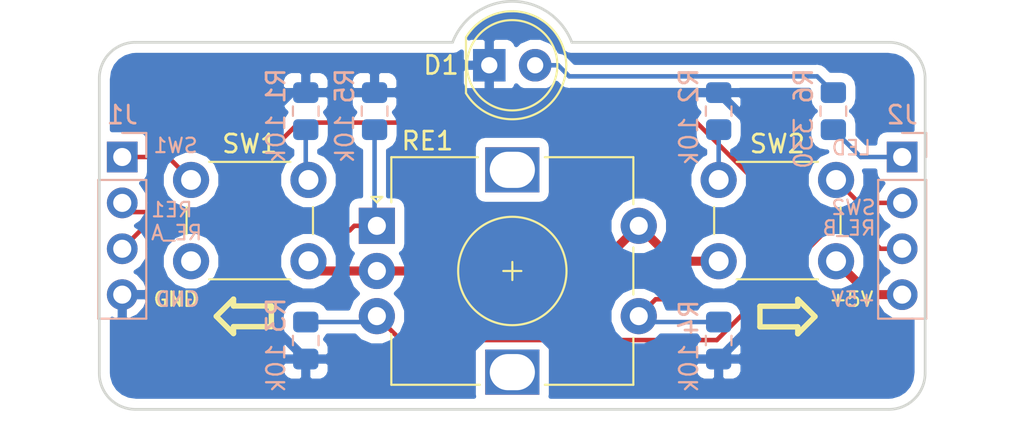
<source format=kicad_pcb>
(kicad_pcb (version 20171130) (host pcbnew "(5.0.2-5)-5")

  (general
    (thickness 1.6)
    (drawings 22)
    (tracks 70)
    (zones 0)
    (modules 12)
    (nets 10)
  )

  (page A4)
  (layers
    (0 F.Cu signal)
    (31 B.Cu signal)
    (32 B.Adhes user)
    (33 F.Adhes user)
    (34 B.Paste user)
    (35 F.Paste user)
    (36 B.SilkS user)
    (37 F.SilkS user)
    (38 B.Mask user)
    (39 F.Mask user)
    (40 Dwgs.User user)
    (41 Cmts.User user)
    (42 Eco1.User user)
    (43 Eco2.User user)
    (44 Edge.Cuts user)
    (45 Margin user)
    (46 B.CrtYd user)
    (47 F.CrtYd user)
    (48 B.Fab user)
    (49 F.Fab user)
  )

  (setup
    (last_trace_width 0.25)
    (trace_clearance 0.2)
    (zone_clearance 0.508)
    (zone_45_only no)
    (trace_min 0.2)
    (segment_width 0.2)
    (edge_width 0.15)
    (via_size 0.8)
    (via_drill 0.4)
    (via_min_size 0.4)
    (via_min_drill 0.3)
    (uvia_size 0.3)
    (uvia_drill 0.1)
    (uvias_allowed no)
    (uvia_min_size 0.2)
    (uvia_min_drill 0.1)
    (pcb_text_width 0.3)
    (pcb_text_size 1.5 1.5)
    (mod_edge_width 0.15)
    (mod_text_size 1 1)
    (mod_text_width 0.15)
    (pad_size 1.524 1.524)
    (pad_drill 0.762)
    (pad_to_mask_clearance 0.051)
    (solder_mask_min_width 0.25)
    (aux_axis_origin 0 0)
    (visible_elements FFFFFF7F)
    (pcbplotparams
      (layerselection 0x010fc_ffffffff)
      (usegerberextensions false)
      (usegerberattributes false)
      (usegerberadvancedattributes false)
      (creategerberjobfile false)
      (excludeedgelayer true)
      (linewidth 0.100000)
      (plotframeref false)
      (viasonmask false)
      (mode 1)
      (useauxorigin false)
      (hpglpennumber 1)
      (hpglpenspeed 20)
      (hpglpendiameter 15.000000)
      (psnegative false)
      (psa4output false)
      (plotreference true)
      (plotvalue true)
      (plotinvisibletext false)
      (padsonsilk false)
      (subtractmaskfromsilk false)
      (outputformat 1)
      (mirror false)
      (drillshape 0)
      (scaleselection 1)
      (outputdirectory "gerber"))
  )

  (net 0 "")
  (net 1 GND)
  (net 2 "Net-(D1-Pad2)")
  (net 3 SW1)
  (net 4 SW2)
  (net 5 RE_B)
  (net 6 RE1)
  (net 7 RE_A)
  (net 8 LED)
  (net 9 +5V)

  (net_class Default "This is the default net class."
    (clearance 0.2)
    (trace_width 0.25)
    (via_dia 0.8)
    (via_drill 0.4)
    (uvia_dia 0.3)
    (uvia_drill 0.1)
    (add_net LED)
    (add_net "Net-(D1-Pad2)")
    (add_net RE1)
    (add_net RE_A)
    (add_net RE_B)
    (add_net SW1)
    (add_net SW2)
  )

  (net_class Thick ""
    (clearance 0.2)
    (trace_width 0.5)
    (via_dia 0.8)
    (via_drill 0.4)
    (uvia_dia 0.3)
    (uvia_drill 0.1)
    (add_net +5V)
    (add_net GND)
  )

  (module LED_THT:LED_D5.0mm (layer F.Cu) (tedit 5995936A) (tstamp 5D943AB5)
    (at 147.32 81.28)
    (descr "LED, diameter 5.0mm, 2 pins, http://cdn-reichelt.de/documents/datenblatt/A500/LL-504BC2E-009.pdf")
    (tags "LED diameter 5.0mm 2 pins")
    (path /5DA0654F)
    (fp_text reference D1 (at -2.667 0) (layer F.SilkS)
      (effects (font (size 1 1) (thickness 0.15)))
    )
    (fp_text value LED (at 1.27 3.96) (layer F.Fab)
      (effects (font (size 1 1) (thickness 0.15)))
    )
    (fp_arc (start 1.27 0) (end -1.23 -1.469694) (angle 299.1) (layer F.Fab) (width 0.1))
    (fp_arc (start 1.27 0) (end -1.29 -1.54483) (angle 148.9) (layer F.SilkS) (width 0.12))
    (fp_arc (start 1.27 0) (end -1.29 1.54483) (angle -148.9) (layer F.SilkS) (width 0.12))
    (fp_circle (center 1.27 0) (end 3.77 0) (layer F.Fab) (width 0.1))
    (fp_circle (center 1.27 0) (end 3.77 0) (layer F.SilkS) (width 0.12))
    (fp_line (start -1.23 -1.469694) (end -1.23 1.469694) (layer F.Fab) (width 0.1))
    (fp_line (start -1.29 -1.545) (end -1.29 1.545) (layer F.SilkS) (width 0.12))
    (fp_line (start -1.95 -3.25) (end -1.95 3.25) (layer F.CrtYd) (width 0.05))
    (fp_line (start -1.95 3.25) (end 4.5 3.25) (layer F.CrtYd) (width 0.05))
    (fp_line (start 4.5 3.25) (end 4.5 -3.25) (layer F.CrtYd) (width 0.05))
    (fp_line (start 4.5 -3.25) (end -1.95 -3.25) (layer F.CrtYd) (width 0.05))
    (fp_text user %R (at 1.25 0) (layer F.Fab)
      (effects (font (size 0.8 0.8) (thickness 0.2)))
    )
    (pad 1 thru_hole rect (at 0 0) (size 1.8 1.8) (drill 0.9) (layers *.Cu *.Mask)
      (net 1 GND))
    (pad 2 thru_hole circle (at 2.54 0) (size 1.8 1.8) (drill 0.9) (layers *.Cu *.Mask)
      (net 2 "Net-(D1-Pad2)"))
    (model ${KISYS3DMOD}/LED_THT.3dshapes/LED_D5.0mm.wrl
      (at (xyz 0 0 0))
      (scale (xyz 1 1 1))
      (rotate (xyz 0 0 0))
    )
  )

  (module Resistor_SMD:R_0805_2012Metric_Pad1.15x1.40mm_HandSolder (layer B.Cu) (tedit 5D938D59) (tstamp 5D951044)
    (at 137.16 83.82 90)
    (descr "Resistor SMD 0805 (2012 Metric), square (rectangular) end terminal, IPC_7351 nominal with elongated pad for handsoldering. (Body size source: https://docs.google.com/spreadsheets/d/1BsfQQcO9C6DZCsRaXUlFlo91Tg2WpOkGARC1WS5S8t0/edit?usp=sharing), generated with kicad-footprint-generator")
    (tags "resistor handsolder")
    (path /5D8C5C9A)
    (attr smd)
    (fp_text reference R1 (at 1.397 -1.651 90) (layer B.SilkS)
      (effects (font (size 1 1) (thickness 0.15)) (justify mirror))
    )
    (fp_text value 10k (at -1.524 -1.651 90) (layer B.SilkS)
      (effects (font (size 1 1) (thickness 0.13)) (justify mirror))
    )
    (fp_line (start -1 -0.6) (end -1 0.6) (layer B.Fab) (width 0.1))
    (fp_line (start -1 0.6) (end 1 0.6) (layer B.Fab) (width 0.1))
    (fp_line (start 1 0.6) (end 1 -0.6) (layer B.Fab) (width 0.1))
    (fp_line (start 1 -0.6) (end -1 -0.6) (layer B.Fab) (width 0.1))
    (fp_line (start -0.261252 0.71) (end 0.261252 0.71) (layer B.SilkS) (width 0.12))
    (fp_line (start -0.261252 -0.71) (end 0.261252 -0.71) (layer B.SilkS) (width 0.12))
    (fp_line (start -1.85 -0.95) (end -1.85 0.95) (layer B.CrtYd) (width 0.05))
    (fp_line (start -1.85 0.95) (end 1.85 0.95) (layer B.CrtYd) (width 0.05))
    (fp_line (start 1.85 0.95) (end 1.85 -0.95) (layer B.CrtYd) (width 0.05))
    (fp_line (start 1.85 -0.95) (end -1.85 -0.95) (layer B.CrtYd) (width 0.05))
    (fp_text user %R (at 0 0 90) (layer B.Fab)
      (effects (font (size 0.5 0.5) (thickness 0.08)) (justify mirror))
    )
    (pad 1 smd roundrect (at -1.025 0 90) (size 1.15 1.4) (layers B.Cu B.Paste B.Mask) (roundrect_rratio 0.217391)
      (net 3 SW1))
    (pad 2 smd roundrect (at 1.025 0 90) (size 1.15 1.4) (layers B.Cu B.Paste B.Mask) (roundrect_rratio 0.217391)
      (net 1 GND))
    (model ${KISYS3DMOD}/Resistor_SMD.3dshapes/R_0805_2012Metric.wrl
      (at (xyz 0 0 0))
      (scale (xyz 1 1 1))
      (rotate (xyz 0 0 0))
    )
  )

  (module Resistor_SMD:R_0805_2012Metric_Pad1.15x1.40mm_HandSolder (layer B.Cu) (tedit 5D938DED) (tstamp 5D951A18)
    (at 160.02 83.82 90)
    (descr "Resistor SMD 0805 (2012 Metric), square (rectangular) end terminal, IPC_7351 nominal with elongated pad for handsoldering. (Body size source: https://docs.google.com/spreadsheets/d/1BsfQQcO9C6DZCsRaXUlFlo91Tg2WpOkGARC1WS5S8t0/edit?usp=sharing), generated with kicad-footprint-generator")
    (tags "resistor handsolder")
    (path /5D8C5CF7)
    (attr smd)
    (fp_text reference R2 (at 1.397 -1.651 90) (layer B.SilkS)
      (effects (font (size 1 1) (thickness 0.15)) (justify mirror))
    )
    (fp_text value 10k (at -1.651 -1.651 90) (layer B.SilkS)
      (effects (font (size 1 1) (thickness 0.13)) (justify mirror))
    )
    (fp_text user %R (at 0 0 90) (layer B.Fab)
      (effects (font (size 0.5 0.5) (thickness 0.08)) (justify mirror))
    )
    (fp_line (start 1.85 -0.95) (end -1.85 -0.95) (layer B.CrtYd) (width 0.05))
    (fp_line (start 1.85 0.95) (end 1.85 -0.95) (layer B.CrtYd) (width 0.05))
    (fp_line (start -1.85 0.95) (end 1.85 0.95) (layer B.CrtYd) (width 0.05))
    (fp_line (start -1.85 -0.95) (end -1.85 0.95) (layer B.CrtYd) (width 0.05))
    (fp_line (start -0.261252 -0.71) (end 0.261252 -0.71) (layer B.SilkS) (width 0.12))
    (fp_line (start -0.261252 0.71) (end 0.261252 0.71) (layer B.SilkS) (width 0.12))
    (fp_line (start 1 -0.6) (end -1 -0.6) (layer B.Fab) (width 0.1))
    (fp_line (start 1 0.6) (end 1 -0.6) (layer B.Fab) (width 0.1))
    (fp_line (start -1 0.6) (end 1 0.6) (layer B.Fab) (width 0.1))
    (fp_line (start -1 -0.6) (end -1 0.6) (layer B.Fab) (width 0.1))
    (pad 2 smd roundrect (at 1.025 0 90) (size 1.15 1.4) (layers B.Cu B.Paste B.Mask) (roundrect_rratio 0.217391)
      (net 1 GND))
    (pad 1 smd roundrect (at -1.025 0 90) (size 1.15 1.4) (layers B.Cu B.Paste B.Mask) (roundrect_rratio 0.217391)
      (net 4 SW2))
    (model ${KISYS3DMOD}/Resistor_SMD.3dshapes/R_0805_2012Metric.wrl
      (at (xyz 0 0 0))
      (scale (xyz 1 1 1))
      (rotate (xyz 0 0 0))
    )
  )

  (module Resistor_SMD:R_0805_2012Metric_Pad1.15x1.40mm_HandSolder (layer B.Cu) (tedit 5D938D43) (tstamp 5D943AE8)
    (at 137.16 96.52 270)
    (descr "Resistor SMD 0805 (2012 Metric), square (rectangular) end terminal, IPC_7351 nominal with elongated pad for handsoldering. (Body size source: https://docs.google.com/spreadsheets/d/1BsfQQcO9C6DZCsRaXUlFlo91Tg2WpOkGARC1WS5S8t0/edit?usp=sharing), generated with kicad-footprint-generator")
    (tags "resistor handsolder")
    (path /5D8C5E76)
    (attr smd)
    (fp_text reference R3 (at -1.397 1.65 270) (layer B.SilkS)
      (effects (font (size 1 1) (thickness 0.15)) (justify mirror))
    )
    (fp_text value 10k (at 1.524 1.651 270) (layer B.SilkS)
      (effects (font (size 1 1) (thickness 0.13)) (justify mirror))
    )
    (fp_line (start -1 -0.6) (end -1 0.6) (layer B.Fab) (width 0.1))
    (fp_line (start -1 0.6) (end 1 0.6) (layer B.Fab) (width 0.1))
    (fp_line (start 1 0.6) (end 1 -0.6) (layer B.Fab) (width 0.1))
    (fp_line (start 1 -0.6) (end -1 -0.6) (layer B.Fab) (width 0.1))
    (fp_line (start -0.261252 0.71) (end 0.261252 0.71) (layer B.SilkS) (width 0.12))
    (fp_line (start -0.261252 -0.71) (end 0.261252 -0.71) (layer B.SilkS) (width 0.12))
    (fp_line (start -1.85 -0.95) (end -1.85 0.95) (layer B.CrtYd) (width 0.05))
    (fp_line (start -1.85 0.95) (end 1.85 0.95) (layer B.CrtYd) (width 0.05))
    (fp_line (start 1.85 0.95) (end 1.85 -0.95) (layer B.CrtYd) (width 0.05))
    (fp_line (start 1.85 -0.95) (end -1.85 -0.95) (layer B.CrtYd) (width 0.05))
    (fp_text user %R (at 0 0 270) (layer B.Fab)
      (effects (font (size 0.5 0.5) (thickness 0.08)) (justify mirror))
    )
    (pad 1 smd roundrect (at -1.025 0 270) (size 1.15 1.4) (layers B.Cu B.Paste B.Mask) (roundrect_rratio 0.217391)
      (net 5 RE_B))
    (pad 2 smd roundrect (at 1.025 0 270) (size 1.15 1.4) (layers B.Cu B.Paste B.Mask) (roundrect_rratio 0.217391)
      (net 1 GND))
    (model ${KISYS3DMOD}/Resistor_SMD.3dshapes/R_0805_2012Metric.wrl
      (at (xyz 0 0 0))
      (scale (xyz 1 1 1))
      (rotate (xyz 0 0 0))
    )
  )

  (module Resistor_SMD:R_0805_2012Metric_Pad1.15x1.40mm_HandSolder (layer B.Cu) (tedit 5D938DD2) (tstamp 5D951995)
    (at 160.02 96.52 270)
    (descr "Resistor SMD 0805 (2012 Metric), square (rectangular) end terminal, IPC_7351 nominal with elongated pad for handsoldering. (Body size source: https://docs.google.com/spreadsheets/d/1BsfQQcO9C6DZCsRaXUlFlo91Tg2WpOkGARC1WS5S8t0/edit?usp=sharing), generated with kicad-footprint-generator")
    (tags "resistor handsolder")
    (path /5D8C5FF3)
    (attr smd)
    (fp_text reference R4 (at -1.27 1.651 270) (layer B.SilkS)
      (effects (font (size 1 1) (thickness 0.15)) (justify mirror))
    )
    (fp_text value 10k (at 1.524 1.651 270) (layer B.SilkS)
      (effects (font (size 1 1) (thickness 0.13)) (justify mirror))
    )
    (fp_line (start -1 -0.6) (end -1 0.6) (layer B.Fab) (width 0.1))
    (fp_line (start -1 0.6) (end 1 0.6) (layer B.Fab) (width 0.1))
    (fp_line (start 1 0.6) (end 1 -0.6) (layer B.Fab) (width 0.1))
    (fp_line (start 1 -0.6) (end -1 -0.6) (layer B.Fab) (width 0.1))
    (fp_line (start -0.261252 0.71) (end 0.261252 0.71) (layer B.SilkS) (width 0.12))
    (fp_line (start -0.261252 -0.71) (end 0.261252 -0.71) (layer B.SilkS) (width 0.12))
    (fp_line (start -1.85 -0.95) (end -1.85 0.95) (layer B.CrtYd) (width 0.05))
    (fp_line (start -1.85 0.95) (end 1.85 0.95) (layer B.CrtYd) (width 0.05))
    (fp_line (start 1.85 0.95) (end 1.85 -0.95) (layer B.CrtYd) (width 0.05))
    (fp_line (start 1.85 -0.95) (end -1.85 -0.95) (layer B.CrtYd) (width 0.05))
    (fp_text user %R (at 0 0 270) (layer B.Fab)
      (effects (font (size 0.5 0.5) (thickness 0.08)) (justify mirror))
    )
    (pad 1 smd roundrect (at -1.025 0 270) (size 1.15 1.4) (layers B.Cu B.Paste B.Mask) (roundrect_rratio 0.217391)
      (net 6 RE1))
    (pad 2 smd roundrect (at 1.025 0 270) (size 1.15 1.4) (layers B.Cu B.Paste B.Mask) (roundrect_rratio 0.217391)
      (net 1 GND))
    (model ${KISYS3DMOD}/Resistor_SMD.3dshapes/R_0805_2012Metric.wrl
      (at (xyz 0 0 0))
      (scale (xyz 1 1 1))
      (rotate (xyz 0 0 0))
    )
  )

  (module Resistor_SMD:R_0805_2012Metric_Pad1.15x1.40mm_HandSolder (layer B.Cu) (tedit 5D938D90) (tstamp 5D951096)
    (at 140.97 83.82 90)
    (descr "Resistor SMD 0805 (2012 Metric), square (rectangular) end terminal, IPC_7351 nominal with elongated pad for handsoldering. (Body size source: https://docs.google.com/spreadsheets/d/1BsfQQcO9C6DZCsRaXUlFlo91Tg2WpOkGARC1WS5S8t0/edit?usp=sharing), generated with kicad-footprint-generator")
    (tags "resistor handsolder")
    (path /5D8C5EC1)
    (attr smd)
    (fp_text reference R5 (at 1.397 -1.651 90) (layer B.SilkS)
      (effects (font (size 1 1) (thickness 0.15)) (justify mirror))
    )
    (fp_text value 10k (at -1.524 -1.65 90) (layer B.SilkS)
      (effects (font (size 1 1) (thickness 0.13)) (justify mirror))
    )
    (fp_text user %R (at 0 0 90) (layer B.Fab)
      (effects (font (size 0.5 0.5) (thickness 0.08)) (justify mirror))
    )
    (fp_line (start 1.85 -0.95) (end -1.85 -0.95) (layer B.CrtYd) (width 0.05))
    (fp_line (start 1.85 0.95) (end 1.85 -0.95) (layer B.CrtYd) (width 0.05))
    (fp_line (start -1.85 0.95) (end 1.85 0.95) (layer B.CrtYd) (width 0.05))
    (fp_line (start -1.85 -0.95) (end -1.85 0.95) (layer B.CrtYd) (width 0.05))
    (fp_line (start -0.261252 -0.71) (end 0.261252 -0.71) (layer B.SilkS) (width 0.12))
    (fp_line (start -0.261252 0.71) (end 0.261252 0.71) (layer B.SilkS) (width 0.12))
    (fp_line (start 1 -0.6) (end -1 -0.6) (layer B.Fab) (width 0.1))
    (fp_line (start 1 0.6) (end 1 -0.6) (layer B.Fab) (width 0.1))
    (fp_line (start -1 0.6) (end 1 0.6) (layer B.Fab) (width 0.1))
    (fp_line (start -1 -0.6) (end -1 0.6) (layer B.Fab) (width 0.1))
    (pad 2 smd roundrect (at 1.025 0 90) (size 1.15 1.4) (layers B.Cu B.Paste B.Mask) (roundrect_rratio 0.217391)
      (net 1 GND))
    (pad 1 smd roundrect (at -1.025 0 90) (size 1.15 1.4) (layers B.Cu B.Paste B.Mask) (roundrect_rratio 0.217391)
      (net 7 RE_A))
    (model ${KISYS3DMOD}/Resistor_SMD.3dshapes/R_0805_2012Metric.wrl
      (at (xyz 0 0 0))
      (scale (xyz 1 1 1))
      (rotate (xyz 0 0 0))
    )
  )

  (module Resistor_SMD:R_0805_2012Metric_Pad1.15x1.40mm_HandSolder (layer B.Cu) (tedit 5D938E0B) (tstamp 5D943B1B)
    (at 166.37 83.82 270)
    (descr "Resistor SMD 0805 (2012 Metric), square (rectangular) end terminal, IPC_7351 nominal with elongated pad for handsoldering. (Body size source: https://docs.google.com/spreadsheets/d/1BsfQQcO9C6DZCsRaXUlFlo91Tg2WpOkGARC1WS5S8t0/edit?usp=sharing), generated with kicad-footprint-generator")
    (tags "resistor handsolder")
    (path /5DA0659A)
    (attr smd)
    (fp_text reference R6 (at -1.397 1.65 270) (layer B.SilkS)
      (effects (font (size 1 1) (thickness 0.15)) (justify mirror))
    )
    (fp_text value 330 (at 1.778 1.651 270) (layer B.SilkS)
      (effects (font (size 1 1) (thickness 0.13)) (justify mirror))
    )
    (fp_text user %R (at 0 0 270) (layer B.Fab)
      (effects (font (size 0.5 0.5) (thickness 0.08)) (justify mirror))
    )
    (fp_line (start 1.85 -0.95) (end -1.85 -0.95) (layer B.CrtYd) (width 0.05))
    (fp_line (start 1.85 0.95) (end 1.85 -0.95) (layer B.CrtYd) (width 0.05))
    (fp_line (start -1.85 0.95) (end 1.85 0.95) (layer B.CrtYd) (width 0.05))
    (fp_line (start -1.85 -0.95) (end -1.85 0.95) (layer B.CrtYd) (width 0.05))
    (fp_line (start -0.261252 -0.71) (end 0.261252 -0.71) (layer B.SilkS) (width 0.12))
    (fp_line (start -0.261252 0.71) (end 0.261252 0.71) (layer B.SilkS) (width 0.12))
    (fp_line (start 1 -0.6) (end -1 -0.6) (layer B.Fab) (width 0.1))
    (fp_line (start 1 0.6) (end 1 -0.6) (layer B.Fab) (width 0.1))
    (fp_line (start -1 0.6) (end 1 0.6) (layer B.Fab) (width 0.1))
    (fp_line (start -1 -0.6) (end -1 0.6) (layer B.Fab) (width 0.1))
    (pad 2 smd roundrect (at 1.025 0 270) (size 1.15 1.4) (layers B.Cu B.Paste B.Mask) (roundrect_rratio 0.217391)
      (net 8 LED))
    (pad 1 smd roundrect (at -1.025 0 270) (size 1.15 1.4) (layers B.Cu B.Paste B.Mask) (roundrect_rratio 0.217391)
      (net 2 "Net-(D1-Pad2)"))
    (model ${KISYS3DMOD}/Resistor_SMD.3dshapes/R_0805_2012Metric.wrl
      (at (xyz 0 0 0))
      (scale (xyz 1 1 1))
      (rotate (xyz 0 0 0))
    )
  )

  (module Rotary_Encoder:RotaryEncoder_Alps_EC12E-Switch_Vertical_H20mm (layer F.Cu) (tedit 5A64F492) (tstamp 5D943B42)
    (at 141.097 90.17)
    (descr "Alps rotary encoder, EC12E... with switch, vertical shaft, http://www.alps.com/prod/info/E/HTML/Encoder/Incremental/EC12E/EC12E1240405.html & http://cdn-reichelt.de/documents/datenblatt/F100/402097STEC12E08.PDF")
    (tags "rotary encoder")
    (path /5D8A6DDB)
    (fp_text reference RE1 (at 2.8 -4.7) (layer F.SilkS)
      (effects (font (size 1 1) (thickness 0.15)))
    )
    (fp_text value Rotary_Encoder_Switch (at 7.5 10.4) (layer F.Fab)
      (effects (font (size 1 1) (thickness 0.15)))
    )
    (fp_line (start 7 2.5) (end 8 2.5) (layer F.SilkS) (width 0.12))
    (fp_line (start 7.5 2) (end 7.5 3) (layer F.SilkS) (width 0.12))
    (fp_text user %R (at 11.5 6.6) (layer F.Fab)
      (effects (font (size 1 1) (thickness 0.15)))
    )
    (fp_line (start 14.2 6.2) (end 14.2 8.8) (layer F.SilkS) (width 0.12))
    (fp_line (start 14.2 1.2) (end 14.2 3.8) (layer F.SilkS) (width 0.12))
    (fp_line (start 14.2 -3.8) (end 14.2 -1.2) (layer F.SilkS) (width 0.12))
    (fp_line (start 4.5 2.5) (end 10.5 2.5) (layer F.Fab) (width 0.12))
    (fp_line (start 7.5 -0.5) (end 7.5 5.5) (layer F.Fab) (width 0.12))
    (fp_line (start 0.3 -1.6) (end 0 -1.3) (layer F.SilkS) (width 0.12))
    (fp_line (start -0.3 -1.6) (end 0.3 -1.6) (layer F.SilkS) (width 0.12))
    (fp_line (start 0 -1.3) (end -0.3 -1.6) (layer F.SilkS) (width 0.12))
    (fp_line (start 0.8 -3.8) (end 0.8 -1.3) (layer F.SilkS) (width 0.12))
    (fp_line (start 5.6 -3.8) (end 0.8 -3.8) (layer F.SilkS) (width 0.12))
    (fp_line (start 0.8 8.8) (end 0.8 6) (layer F.SilkS) (width 0.12))
    (fp_line (start 5.7 8.8) (end 0.8 8.8) (layer F.SilkS) (width 0.12))
    (fp_line (start 14.2 8.8) (end 9.3 8.8) (layer F.SilkS) (width 0.12))
    (fp_line (start 9.3 -3.8) (end 14.2 -3.8) (layer F.SilkS) (width 0.12))
    (fp_line (start 0.9 -2.6) (end 1.9 -3.7) (layer F.Fab) (width 0.12))
    (fp_line (start 0.9 8.7) (end 0.9 -2.6) (layer F.Fab) (width 0.12))
    (fp_line (start 14.1 8.7) (end 0.9 8.7) (layer F.Fab) (width 0.12))
    (fp_line (start 14.1 -3.7) (end 14.1 8.7) (layer F.Fab) (width 0.12))
    (fp_line (start 1.9 -3.7) (end 14.1 -3.7) (layer F.Fab) (width 0.12))
    (fp_line (start -1.5 -4.85) (end 16 -4.85) (layer F.CrtYd) (width 0.05))
    (fp_line (start -1.5 -4.85) (end -1.5 9.85) (layer F.CrtYd) (width 0.05))
    (fp_line (start 16 9.85) (end 16 -4.85) (layer F.CrtYd) (width 0.05))
    (fp_line (start 16 9.85) (end -1.5 9.85) (layer F.CrtYd) (width 0.05))
    (fp_circle (center 7.5 2.5) (end 10.5 2.5) (layer F.SilkS) (width 0.12))
    (fp_circle (center 7.5 2.5) (end 10.5 2.5) (layer F.Fab) (width 0.12))
    (pad S2 thru_hole circle (at 14.5 5) (size 2 2) (drill 1) (layers *.Cu *.Mask)
      (net 6 RE1))
    (pad S1 thru_hole circle (at 14.5 0) (size 2 2) (drill 1) (layers *.Cu *.Mask)
      (net 9 +5V))
    (pad MP thru_hole rect (at 7.5 8.1) (size 3 2.5) (drill oval 2.5 2) (layers *.Cu *.Mask))
    (pad MP thru_hole rect (at 7.5 -3.1) (size 3 2.5) (drill oval 2.5 2) (layers *.Cu *.Mask))
    (pad B thru_hole circle (at 0 5) (size 2 2) (drill 1) (layers *.Cu *.Mask)
      (net 5 RE_B))
    (pad C thru_hole circle (at 0 2.5) (size 2 2) (drill 1) (layers *.Cu *.Mask)
      (net 9 +5V))
    (pad A thru_hole rect (at 0 0) (size 2 2) (drill 1) (layers *.Cu *.Mask)
      (net 7 RE_A))
    (model ${KISYS3DMOD}/Rotary_Encoder.3dshapes/RotaryEncoder_Alps_EC12E-Switch_Vertical_H20mm.wrl
      (at (xyz 0 0 0))
      (scale (xyz 1 1 1))
      (rotate (xyz 0 0 0))
    )
  )

  (module Button_Switch_THT:SW_PUSH_6mm_H5mm (layer F.Cu) (tedit 5A02FE31) (tstamp 5D943B61)
    (at 130.81 87.63)
    (descr "tactile push button, 6x6mm e.g. PHAP33xx series, height=5mm")
    (tags "tact sw push 6mm")
    (path /5D8A6FFA)
    (fp_text reference SW1 (at 3.25 -2) (layer F.SilkS)
      (effects (font (size 1 1) (thickness 0.15)))
    )
    (fp_text value SW_Push (at 3.75 6.7) (layer F.Fab)
      (effects (font (size 1 1) (thickness 0.15)))
    )
    (fp_circle (center 3.25 2.25) (end 1.25 2.5) (layer F.Fab) (width 0.1))
    (fp_line (start 6.75 3) (end 6.75 1.5) (layer F.SilkS) (width 0.12))
    (fp_line (start 5.5 -1) (end 1 -1) (layer F.SilkS) (width 0.12))
    (fp_line (start -0.25 1.5) (end -0.25 3) (layer F.SilkS) (width 0.12))
    (fp_line (start 1 5.5) (end 5.5 5.5) (layer F.SilkS) (width 0.12))
    (fp_line (start 8 -1.25) (end 8 5.75) (layer F.CrtYd) (width 0.05))
    (fp_line (start 7.75 6) (end -1.25 6) (layer F.CrtYd) (width 0.05))
    (fp_line (start -1.5 5.75) (end -1.5 -1.25) (layer F.CrtYd) (width 0.05))
    (fp_line (start -1.25 -1.5) (end 7.75 -1.5) (layer F.CrtYd) (width 0.05))
    (fp_line (start -1.5 6) (end -1.25 6) (layer F.CrtYd) (width 0.05))
    (fp_line (start -1.5 5.75) (end -1.5 6) (layer F.CrtYd) (width 0.05))
    (fp_line (start -1.5 -1.5) (end -1.25 -1.5) (layer F.CrtYd) (width 0.05))
    (fp_line (start -1.5 -1.25) (end -1.5 -1.5) (layer F.CrtYd) (width 0.05))
    (fp_line (start 8 -1.5) (end 8 -1.25) (layer F.CrtYd) (width 0.05))
    (fp_line (start 7.75 -1.5) (end 8 -1.5) (layer F.CrtYd) (width 0.05))
    (fp_line (start 8 6) (end 8 5.75) (layer F.CrtYd) (width 0.05))
    (fp_line (start 7.75 6) (end 8 6) (layer F.CrtYd) (width 0.05))
    (fp_line (start 0.25 -0.75) (end 3.25 -0.75) (layer F.Fab) (width 0.1))
    (fp_line (start 0.25 5.25) (end 0.25 -0.75) (layer F.Fab) (width 0.1))
    (fp_line (start 6.25 5.25) (end 0.25 5.25) (layer F.Fab) (width 0.1))
    (fp_line (start 6.25 -0.75) (end 6.25 5.25) (layer F.Fab) (width 0.1))
    (fp_line (start 3.25 -0.75) (end 6.25 -0.75) (layer F.Fab) (width 0.1))
    (fp_text user %R (at 3.25 2.25) (layer F.Fab)
      (effects (font (size 1 1) (thickness 0.15)))
    )
    (pad 1 thru_hole circle (at 6.5 0 90) (size 2 2) (drill 1.1) (layers *.Cu *.Mask)
      (net 3 SW1))
    (pad 2 thru_hole circle (at 6.5 4.5 90) (size 2 2) (drill 1.1) (layers *.Cu *.Mask)
      (net 9 +5V))
    (pad 1 thru_hole circle (at 0 0 90) (size 2 2) (drill 1.1) (layers *.Cu *.Mask)
      (net 3 SW1))
    (pad 2 thru_hole circle (at 0 4.5 90) (size 2 2) (drill 1.1) (layers *.Cu *.Mask)
      (net 9 +5V))
    (model ${KISYS3DMOD}/Button_Switch_THT.3dshapes/SW_PUSH_6mm_H5mm.wrl
      (at (xyz 0 0 0))
      (scale (xyz 1 1 1))
      (rotate (xyz 0 0 0))
    )
  )

  (module Button_Switch_THT:SW_PUSH_6mm_H5mm (layer F.Cu) (tedit 5A02FE31) (tstamp 5D943B80)
    (at 160.02 87.63)
    (descr "tactile push button, 6x6mm e.g. PHAP33xx series, height=5mm")
    (tags "tact sw push 6mm")
    (path /5D8A6F76)
    (fp_text reference SW2 (at 3.25 -2) (layer F.SilkS)
      (effects (font (size 1 1) (thickness 0.15)))
    )
    (fp_text value SW_Push (at 3.75 6.7) (layer F.Fab)
      (effects (font (size 1 1) (thickness 0.15)))
    )
    (fp_text user %R (at 3.25 2.25) (layer F.Fab)
      (effects (font (size 1 1) (thickness 0.15)))
    )
    (fp_line (start 3.25 -0.75) (end 6.25 -0.75) (layer F.Fab) (width 0.1))
    (fp_line (start 6.25 -0.75) (end 6.25 5.25) (layer F.Fab) (width 0.1))
    (fp_line (start 6.25 5.25) (end 0.25 5.25) (layer F.Fab) (width 0.1))
    (fp_line (start 0.25 5.25) (end 0.25 -0.75) (layer F.Fab) (width 0.1))
    (fp_line (start 0.25 -0.75) (end 3.25 -0.75) (layer F.Fab) (width 0.1))
    (fp_line (start 7.75 6) (end 8 6) (layer F.CrtYd) (width 0.05))
    (fp_line (start 8 6) (end 8 5.75) (layer F.CrtYd) (width 0.05))
    (fp_line (start 7.75 -1.5) (end 8 -1.5) (layer F.CrtYd) (width 0.05))
    (fp_line (start 8 -1.5) (end 8 -1.25) (layer F.CrtYd) (width 0.05))
    (fp_line (start -1.5 -1.25) (end -1.5 -1.5) (layer F.CrtYd) (width 0.05))
    (fp_line (start -1.5 -1.5) (end -1.25 -1.5) (layer F.CrtYd) (width 0.05))
    (fp_line (start -1.5 5.75) (end -1.5 6) (layer F.CrtYd) (width 0.05))
    (fp_line (start -1.5 6) (end -1.25 6) (layer F.CrtYd) (width 0.05))
    (fp_line (start -1.25 -1.5) (end 7.75 -1.5) (layer F.CrtYd) (width 0.05))
    (fp_line (start -1.5 5.75) (end -1.5 -1.25) (layer F.CrtYd) (width 0.05))
    (fp_line (start 7.75 6) (end -1.25 6) (layer F.CrtYd) (width 0.05))
    (fp_line (start 8 -1.25) (end 8 5.75) (layer F.CrtYd) (width 0.05))
    (fp_line (start 1 5.5) (end 5.5 5.5) (layer F.SilkS) (width 0.12))
    (fp_line (start -0.25 1.5) (end -0.25 3) (layer F.SilkS) (width 0.12))
    (fp_line (start 5.5 -1) (end 1 -1) (layer F.SilkS) (width 0.12))
    (fp_line (start 6.75 3) (end 6.75 1.5) (layer F.SilkS) (width 0.12))
    (fp_circle (center 3.25 2.25) (end 1.25 2.5) (layer F.Fab) (width 0.1))
    (pad 2 thru_hole circle (at 0 4.5 90) (size 2 2) (drill 1.1) (layers *.Cu *.Mask)
      (net 9 +5V))
    (pad 1 thru_hole circle (at 0 0 90) (size 2 2) (drill 1.1) (layers *.Cu *.Mask)
      (net 4 SW2))
    (pad 2 thru_hole circle (at 6.5 4.5 90) (size 2 2) (drill 1.1) (layers *.Cu *.Mask)
      (net 9 +5V))
    (pad 1 thru_hole circle (at 6.5 0 90) (size 2 2) (drill 1.1) (layers *.Cu *.Mask)
      (net 4 SW2))
    (model ${KISYS3DMOD}/Button_Switch_THT.3dshapes/SW_PUSH_6mm_H5mm.wrl
      (at (xyz 0 0 0))
      (scale (xyz 1 1 1))
      (rotate (xyz 0 0 0))
    )
  )

  (module Connector_PinHeader_2.54mm:PinHeader_1x04_P2.54mm_Vertical (layer B.Cu) (tedit 59FED5CC) (tstamp 5D95063A)
    (at 127 86.36 180)
    (descr "Through hole straight pin header, 1x04, 2.54mm pitch, single row")
    (tags "Through hole pin header THT 1x04 2.54mm single row")
    (path /5DA070DE)
    (fp_text reference J1 (at 0 2.33 180) (layer B.SilkS)
      (effects (font (size 1 1) (thickness 0.15)) (justify mirror))
    )
    (fp_text value Conn_01x04_Male (at 0 -9.95 180) (layer B.Fab)
      (effects (font (size 1 1) (thickness 0.15)) (justify mirror))
    )
    (fp_line (start -0.635 1.27) (end 1.27 1.27) (layer B.Fab) (width 0.1))
    (fp_line (start 1.27 1.27) (end 1.27 -8.89) (layer B.Fab) (width 0.1))
    (fp_line (start 1.27 -8.89) (end -1.27 -8.89) (layer B.Fab) (width 0.1))
    (fp_line (start -1.27 -8.89) (end -1.27 0.635) (layer B.Fab) (width 0.1))
    (fp_line (start -1.27 0.635) (end -0.635 1.27) (layer B.Fab) (width 0.1))
    (fp_line (start -1.33 -8.95) (end 1.33 -8.95) (layer B.SilkS) (width 0.12))
    (fp_line (start -1.33 -1.27) (end -1.33 -8.95) (layer B.SilkS) (width 0.12))
    (fp_line (start 1.33 -1.27) (end 1.33 -8.95) (layer B.SilkS) (width 0.12))
    (fp_line (start -1.33 -1.27) (end 1.33 -1.27) (layer B.SilkS) (width 0.12))
    (fp_line (start -1.33 0) (end -1.33 1.33) (layer B.SilkS) (width 0.12))
    (fp_line (start -1.33 1.33) (end 0 1.33) (layer B.SilkS) (width 0.12))
    (fp_line (start -1.8 1.8) (end -1.8 -9.4) (layer B.CrtYd) (width 0.05))
    (fp_line (start -1.8 -9.4) (end 1.8 -9.4) (layer B.CrtYd) (width 0.05))
    (fp_line (start 1.8 -9.4) (end 1.8 1.8) (layer B.CrtYd) (width 0.05))
    (fp_line (start 1.8 1.8) (end -1.8 1.8) (layer B.CrtYd) (width 0.05))
    (fp_text user %R (at 0 -3.81 90) (layer B.Fab)
      (effects (font (size 1 1) (thickness 0.15)) (justify mirror))
    )
    (pad 1 thru_hole rect (at 0 0 180) (size 1.7 1.7) (drill 1) (layers *.Cu *.Mask)
      (net 3 SW1))
    (pad 2 thru_hole oval (at 0 -2.54 180) (size 1.7 1.7) (drill 1) (layers *.Cu *.Mask)
      (net 6 RE1))
    (pad 3 thru_hole oval (at 0 -5.08 180) (size 1.7 1.7) (drill 1) (layers *.Cu *.Mask)
      (net 7 RE_A))
    (pad 4 thru_hole oval (at 0 -7.62 180) (size 1.7 1.7) (drill 1) (layers *.Cu *.Mask)
      (net 1 GND))
    (model ${KISYS3DMOD}/Connector_PinHeader_2.54mm.3dshapes/PinHeader_1x04_P2.54mm_Vertical.wrl
      (at (xyz 0 0 0))
      (scale (xyz 1 1 1))
      (rotate (xyz 0 0 0))
    )
  )

  (module Connector_PinHeader_2.54mm:PinHeader_1x04_P2.54mm_Vertical (layer B.Cu) (tedit 59FED5CC) (tstamp 5D950652)
    (at 170.18 86.36 180)
    (descr "Through hole straight pin header, 1x04, 2.54mm pitch, single row")
    (tags "Through hole pin header THT 1x04 2.54mm single row")
    (path /5DA0716A)
    (fp_text reference J2 (at 0 2.33 180) (layer B.SilkS)
      (effects (font (size 1 1) (thickness 0.15)) (justify mirror))
    )
    (fp_text value Conn_01x04_Male (at 0 -9.95 180) (layer B.Fab)
      (effects (font (size 1 1) (thickness 0.15)) (justify mirror))
    )
    (fp_text user %R (at 0 -3.81 90) (layer B.Fab)
      (effects (font (size 1 1) (thickness 0.15)) (justify mirror))
    )
    (fp_line (start 1.8 1.8) (end -1.8 1.8) (layer B.CrtYd) (width 0.05))
    (fp_line (start 1.8 -9.4) (end 1.8 1.8) (layer B.CrtYd) (width 0.05))
    (fp_line (start -1.8 -9.4) (end 1.8 -9.4) (layer B.CrtYd) (width 0.05))
    (fp_line (start -1.8 1.8) (end -1.8 -9.4) (layer B.CrtYd) (width 0.05))
    (fp_line (start -1.33 1.33) (end 0 1.33) (layer B.SilkS) (width 0.12))
    (fp_line (start -1.33 0) (end -1.33 1.33) (layer B.SilkS) (width 0.12))
    (fp_line (start -1.33 -1.27) (end 1.33 -1.27) (layer B.SilkS) (width 0.12))
    (fp_line (start 1.33 -1.27) (end 1.33 -8.95) (layer B.SilkS) (width 0.12))
    (fp_line (start -1.33 -1.27) (end -1.33 -8.95) (layer B.SilkS) (width 0.12))
    (fp_line (start -1.33 -8.95) (end 1.33 -8.95) (layer B.SilkS) (width 0.12))
    (fp_line (start -1.27 0.635) (end -0.635 1.27) (layer B.Fab) (width 0.1))
    (fp_line (start -1.27 -8.89) (end -1.27 0.635) (layer B.Fab) (width 0.1))
    (fp_line (start 1.27 -8.89) (end -1.27 -8.89) (layer B.Fab) (width 0.1))
    (fp_line (start 1.27 1.27) (end 1.27 -8.89) (layer B.Fab) (width 0.1))
    (fp_line (start -0.635 1.27) (end 1.27 1.27) (layer B.Fab) (width 0.1))
    (pad 4 thru_hole oval (at 0 -7.62 180) (size 1.7 1.7) (drill 1) (layers *.Cu *.Mask)
      (net 9 +5V))
    (pad 3 thru_hole oval (at 0 -5.08 180) (size 1.7 1.7) (drill 1) (layers *.Cu *.Mask)
      (net 5 RE_B))
    (pad 2 thru_hole oval (at 0 -2.54 180) (size 1.7 1.7) (drill 1) (layers *.Cu *.Mask)
      (net 4 SW2))
    (pad 1 thru_hole rect (at 0 0 180) (size 1.7 1.7) (drill 1) (layers *.Cu *.Mask)
      (net 8 LED))
    (model ${KISYS3DMOD}/Connector_PinHeader_2.54mm.3dshapes/PinHeader_1x04_P2.54mm_Vertical.wrl
      (at (xyz 0 0 0))
      (scale (xyz 1 1 1))
      (rotate (xyz 0 0 0))
    )
  )

  (gr_text ⇦ (at 163.83 95.504 180) (layer F.SilkS) (tstamp 5D951E24)
    (effects (font (size 4 4) (thickness 0.3)))
  )
  (gr_text ⇦ (at 133.731 94.869) (layer F.SilkS)
    (effects (font (size 4 4) (thickness 0.3)))
  )
  (gr_text GND (at 128.651 94.234) (layer F.SilkS) (tstamp 5D951B55)
    (effects (font (size 0.8 0.8) (thickness 0.12)) (justify left))
  )
  (gr_text +5V (at 168.656 94.234) (layer F.SilkS) (tstamp 5D951B49)
    (effects (font (size 0.8 0.8) (thickness 0.12)) (justify right))
  )
  (gr_text RE_B (at 168.783 90.297) (layer B.SilkS) (tstamp 5D951B42)
    (effects (font (size 0.8 0.8) (thickness 0.12)) (justify left mirror))
  )
  (gr_text SW2 (at 168.783 89.154) (layer B.SilkS) (tstamp 5D951B40)
    (effects (font (size 0.8 0.8) (thickness 0.12)) (justify left mirror))
  )
  (gr_text LED (at 168.529 85.852) (layer B.SilkS) (tstamp 5D951B3B)
    (effects (font (size 0.8 0.8) (thickness 0.12)) (justify left mirror))
  )
  (gr_text +5V (at 168.783 94.234) (layer B.SilkS) (tstamp 5D951B38)
    (effects (font (size 0.8 0.8) (thickness 0.12)) (justify left mirror))
  )
  (gr_text GND (at 128.778 94.234) (layer B.SilkS) (tstamp 5D951AC3)
    (effects (font (size 0.8 0.8) (thickness 0.12)) (justify right mirror))
  )
  (gr_text RE_A (at 128.524 90.551) (layer B.SilkS) (tstamp 5D951AB7)
    (effects (font (size 0.8 0.8) (thickness 0.12)) (justify right mirror))
  )
  (gr_text RE1 (at 128.524 89.281) (layer B.SilkS) (tstamp 5D951AB2)
    (effects (font (size 0.8 0.8) (thickness 0.12)) (justify right mirror))
  )
  (gr_text SW1 (at 128.651 85.725) (layer B.SilkS)
    (effects (font (size 0.8 0.8) (thickness 0.12)) (justify right mirror))
  )
  (gr_arc (start 127.73 98.33) (end 125.73 98.33) (angle -90) (layer Edge.Cuts) (width 0.15) (tstamp 5D9517D1))
  (gr_arc (start 169.45 98.33) (end 169.45 100.33) (angle -90) (layer Edge.Cuts) (width 0.15) (tstamp 5D9517B7))
  (gr_arc (start 169.45 82.01) (end 171.45 82.01) (angle -90) (layer Edge.Cuts) (width 0.15) (tstamp 5D951726))
  (gr_arc (start 127.73 82.01) (end 127.73 80.01) (angle -90) (layer Edge.Cuts) (width 0.15))
  (gr_line (start 151.892 80.01) (end 169.418 80.01) (layer Edge.Cuts) (width 0.15) (tstamp 5D9515CB))
  (gr_arc (start 148.59 81.28) (end 151.892 80.01) (angle -137.9249779) (layer Edge.Cuts) (width 0.15))
  (gr_line (start 125.73 98.298) (end 125.73 82.042) (layer Edge.Cuts) (width 0.15))
  (gr_line (start 169.418 100.33) (end 127.762 100.33) (layer Edge.Cuts) (width 0.15) (tstamp 5D95165D))
  (gr_line (start 171.45 82.042) (end 171.45 98.298) (layer Edge.Cuts) (width 0.15))
  (gr_line (start 127.762 80.01) (end 145.288 80.01) (layer Edge.Cuts) (width 0.15))

  (segment (start 133.595 93.98) (end 137.16 97.545) (width 0.5) (layer B.Cu) (net 1))
  (segment (start 127 93.98) (end 133.595 93.98) (width 0.5) (layer B.Cu) (net 1))
  (segment (start 133.595 85.56) (end 133.595 93.98) (width 0.5) (layer B.Cu) (net 1))
  (segment (start 136.36 82.795) (end 133.595 85.56) (width 0.5) (layer B.Cu) (net 1))
  (segment (start 137.16 82.795) (end 136.36 82.795) (width 0.5) (layer B.Cu) (net 1))
  (segment (start 137.16 82.795) (end 140.97 82.795) (width 0.5) (layer B.Cu) (net 1))
  (segment (start 147.205 82.795) (end 147.32 82.68) (width 0.5) (layer B.Cu) (net 1))
  (segment (start 140.97 82.795) (end 147.205 82.795) (width 0.5) (layer B.Cu) (net 1))
  (segment (start 159.22 82.795) (end 160.02 82.795) (width 0.5) (layer B.Cu) (net 1))
  (segment (start 147.32 82.68) (end 147.435 82.795) (width 0.5) (layer B.Cu) (net 1))
  (segment (start 147.435 82.795) (end 159.22 82.795) (width 0.5) (layer B.Cu) (net 1))
  (segment (start 147.32 81.28) (end 147.32 82.68) (width 0.5) (layer B.Cu) (net 1))
  (segment (start 159.22 97.545) (end 160.02 97.545) (width 0.5) (layer B.Cu) (net 1))
  (segment (start 137.16 97.545) (end 145.761998 97.545) (width 0.5) (layer B.Cu) (net 1))
  (segment (start 151.52 97.545) (end 159.22 97.545) (width 0.5) (layer B.Cu) (net 1))
  (segment (start 147.167998 96.139) (end 150.114 96.139) (width 0.5) (layer B.Cu) (net 1))
  (segment (start 150.114 96.139) (end 151.52 97.545) (width 0.5) (layer B.Cu) (net 1))
  (segment (start 145.761998 97.545) (end 147.167998 96.139) (width 0.5) (layer B.Cu) (net 1))
  (segment (start 160.643372 96.921628) (end 160.02 97.545) (width 0.5) (layer B.Cu) (net 1))
  (segment (start 163.576 93.989) (end 160.643372 96.921628) (width 0.5) (layer B.Cu) (net 1))
  (segment (start 163.576 86.351) (end 163.576 93.989) (width 0.5) (layer B.Cu) (net 1))
  (segment (start 160.02 82.795) (end 163.576 86.351) (width 0.5) (layer B.Cu) (net 1))
  (segment (start 151.132792 81.28) (end 149.86 81.28) (width 0.25) (layer B.Cu) (net 2))
  (segment (start 151.747782 81.89499) (end 151.132792 81.28) (width 0.25) (layer B.Cu) (net 2))
  (segment (start 165.46999 81.89499) (end 151.747782 81.89499) (width 0.25) (layer B.Cu) (net 2))
  (segment (start 166.37 82.795) (end 165.46999 81.89499) (width 0.25) (layer B.Cu) (net 2))
  (segment (start 129.54 86.36) (end 130.81 87.63) (width 0.25) (layer F.Cu) (net 3))
  (segment (start 127 86.36) (end 129.54 86.36) (width 0.25) (layer F.Cu) (net 3))
  (segment (start 137.16 87.48) (end 137.31 87.63) (width 0.25) (layer B.Cu) (net 3))
  (segment (start 137.16 84.845) (end 137.16 87.48) (width 0.25) (layer B.Cu) (net 3))
  (segment (start 160.02 85.52) (end 160.02 87.63) (width 0.25) (layer B.Cu) (net 4))
  (segment (start 160.02 84.845) (end 160.02 85.52) (width 0.25) (layer B.Cu) (net 4))
  (segment (start 167.79 88.9) (end 166.52 87.63) (width 0.25) (layer F.Cu) (net 4))
  (segment (start 170.18 88.9) (end 167.79 88.9) (width 0.25) (layer F.Cu) (net 4))
  (segment (start 140.772 95.495) (end 141.097 95.17) (width 0.25) (layer B.Cu) (net 5))
  (segment (start 137.16 95.495) (end 140.772 95.495) (width 0.25) (layer B.Cu) (net 5))
  (segment (start 142.096999 96.169999) (end 141.097 95.17) (width 0.25) (layer F.Cu) (net 5))
  (segment (start 142.422001 96.495001) (end 142.096999 96.169999) (width 0.25) (layer F.Cu) (net 5))
  (segment (start 159.917999 96.495001) (end 142.422001 96.495001) (width 0.25) (layer F.Cu) (net 5))
  (segment (start 167.961919 90.424) (end 165.989 90.424) (width 0.25) (layer F.Cu) (net 5))
  (segment (start 168.977919 91.44) (end 167.961919 90.424) (width 0.25) (layer F.Cu) (net 5))
  (segment (start 165.989 90.424) (end 159.917999 96.495001) (width 0.25) (layer F.Cu) (net 5))
  (segment (start 170.18 91.44) (end 168.977919 91.44) (width 0.25) (layer F.Cu) (net 5))
  (segment (start 155.922 95.495) (end 155.597 95.17) (width 0.25) (layer B.Cu) (net 6))
  (segment (start 160.02 95.495) (end 155.922 95.495) (width 0.25) (layer B.Cu) (net 6))
  (segment (start 158.806002 84.455) (end 136.779 84.455) (width 0.25) (layer F.Cu) (net 6))
  (segment (start 162.433 88.081998) (end 158.806002 84.455) (width 0.25) (layer F.Cu) (net 6))
  (segment (start 127.508 89.408) (end 127 88.9) (width 0.25) (layer F.Cu) (net 6))
  (segment (start 136.779 84.455) (end 131.826 89.408) (width 0.25) (layer F.Cu) (net 6))
  (segment (start 160.528 94.234) (end 162.433 92.329) (width 0.25) (layer F.Cu) (net 6))
  (segment (start 131.826 89.408) (end 127.508 89.408) (width 0.25) (layer F.Cu) (net 6))
  (segment (start 162.433 92.329) (end 162.433 88.081998) (width 0.25) (layer F.Cu) (net 6))
  (segment (start 156.533 94.234) (end 160.528 94.234) (width 0.25) (layer F.Cu) (net 6))
  (segment (start 155.597 95.17) (end 156.533 94.234) (width 0.25) (layer F.Cu) (net 6))
  (segment (start 140.97 90.043) (end 141.097 90.17) (width 0.25) (layer B.Cu) (net 7))
  (segment (start 140.97 84.845) (end 140.97 90.043) (width 0.25) (layer B.Cu) (net 7))
  (segment (start 139.847 90.17) (end 141.097 90.17) (width 0.25) (layer F.Cu) (net 7))
  (segment (start 139.593 90.424) (end 139.847 90.17) (width 0.25) (layer F.Cu) (net 7))
  (segment (start 128.016 90.424) (end 139.593 90.424) (width 0.25) (layer F.Cu) (net 7))
  (segment (start 127 91.44) (end 128.016 90.424) (width 0.25) (layer F.Cu) (net 7))
  (segment (start 167.885 86.36) (end 166.37 84.845) (width 0.25) (layer B.Cu) (net 8))
  (segment (start 170.18 86.36) (end 167.885 86.36) (width 0.25) (layer B.Cu) (net 8))
  (segment (start 168.37 93.98) (end 166.52 92.13) (width 0.5) (layer F.Cu) (net 9))
  (segment (start 170.18 93.98) (end 168.37 93.98) (width 0.5) (layer F.Cu) (net 9))
  (segment (start 157.557 92.13) (end 155.597 90.17) (width 0.5) (layer F.Cu) (net 9))
  (segment (start 160.02 92.13) (end 157.557 92.13) (width 0.5) (layer F.Cu) (net 9))
  (segment (start 153.097 92.67) (end 141.097 92.67) (width 0.5) (layer F.Cu) (net 9))
  (segment (start 155.597 90.17) (end 153.097 92.67) (width 0.5) (layer F.Cu) (net 9))
  (segment (start 137.85 92.67) (end 137.31 92.13) (width 0.5) (layer F.Cu) (net 9))
  (segment (start 141.097 92.67) (end 137.85 92.67) (width 0.5) (layer F.Cu) (net 9))

  (zone (net 1) (net_name GND) (layer B.Cu) (tstamp 5D951FA6) (hatch edge 0.508)
    (connect_pads (clearance 0.508))
    (min_thickness 0.254)
    (fill yes (arc_segments 16) (thermal_gap 0.508) (thermal_bridge_width 0.508))
    (polygon
      (pts
        (xy 171.45 77.851) (xy 125.603 77.724) (xy 125.73 100.584) (xy 171.577 100.33)
      )
    )
    (filled_polygon
      (pts
        (xy 149.322667 78.552802) (xy 149.873673 78.764728) (xy 150.368575 79.086582) (xy 150.785746 79.504301) (xy 151.117277 80.015545)
        (xy 151.211119 80.226317) (xy 151.223195 80.287028) (xy 151.380119 80.521881) (xy 151.614972 80.678805) (xy 151.822074 80.72)
        (xy 169.39942 80.72) (xy 169.810027 80.778803) (xy 170.14111 80.929338) (xy 170.416639 81.166749) (xy 170.614456 81.471944)
        (xy 170.7257 81.843917) (xy 170.74 82.036348) (xy 170.74 84.86256) (xy 169.33 84.86256) (xy 169.082235 84.911843)
        (xy 168.872191 85.052191) (xy 168.731843 85.262235) (xy 168.68256 85.51) (xy 168.68256 85.6) (xy 168.199802 85.6)
        (xy 167.71744 85.117638) (xy 167.71744 84.519999) (xy 167.649127 84.176564) (xy 167.454586 83.885414) (xy 167.356687 83.82)
        (xy 167.454586 83.754586) (xy 167.649127 83.463436) (xy 167.71744 83.120001) (xy 167.71744 82.469999) (xy 167.649127 82.126564)
        (xy 167.454586 81.835414) (xy 167.163436 81.640873) (xy 166.820001 81.57256) (xy 166.222362 81.57256) (xy 166.060321 81.410519)
        (xy 166.017919 81.347061) (xy 165.766527 81.179086) (xy 165.544842 81.13499) (xy 165.544837 81.13499) (xy 165.46999 81.120102)
        (xy 165.395143 81.13499) (xy 152.062584 81.13499) (xy 151.723123 80.79553) (xy 151.680721 80.732071) (xy 151.429329 80.564096)
        (xy 151.207644 80.52) (xy 151.207639 80.52) (xy 151.206582 80.51979) (xy 151.16131 80.410493) (xy 150.729507 79.97869)
        (xy 150.16533 79.745) (xy 149.55467 79.745) (xy 148.990493 79.97869) (xy 148.814139 80.155044) (xy 148.758327 80.020301)
        (xy 148.579698 79.841673) (xy 148.346309 79.745) (xy 147.60575 79.745) (xy 147.447 79.90375) (xy 147.447 81.153)
        (xy 147.467 81.153) (xy 147.467 81.407) (xy 147.447 81.407) (xy 147.447 82.65625) (xy 147.60575 82.815)
        (xy 148.346309 82.815) (xy 148.579698 82.718327) (xy 148.758327 82.539699) (xy 148.814139 82.404956) (xy 148.990493 82.58131)
        (xy 149.55467 82.815) (xy 150.16533 82.815) (xy 150.729507 82.58131) (xy 151.044404 82.266413) (xy 151.157452 82.379462)
        (xy 151.199853 82.442919) (xy 151.451245 82.610894) (xy 151.67293 82.65499) (xy 151.672934 82.65499) (xy 151.747781 82.669878)
        (xy 151.822628 82.65499) (xy 158.83074 82.65499) (xy 158.84375 82.668) (xy 159.893 82.668) (xy 159.893 82.65499)
        (xy 160.147 82.65499) (xy 160.147 82.668) (xy 161.19625 82.668) (xy 161.20926 82.65499) (xy 165.02256 82.65499)
        (xy 165.02256 83.120001) (xy 165.090873 83.463436) (xy 165.285414 83.754586) (xy 165.383313 83.82) (xy 165.285414 83.885414)
        (xy 165.090873 84.176564) (xy 165.02256 84.519999) (xy 165.02256 85.170001) (xy 165.090873 85.513436) (xy 165.285414 85.804586)
        (xy 165.576564 85.999127) (xy 165.919999 86.06744) (xy 166.019893 86.06744) (xy 165.593847 86.243914) (xy 165.133914 86.703847)
        (xy 164.885 87.304778) (xy 164.885 87.955222) (xy 165.133914 88.556153) (xy 165.593847 89.016086) (xy 166.194778 89.265)
        (xy 166.845222 89.265) (xy 167.446153 89.016086) (xy 167.906086 88.556153) (xy 168.155 87.955222) (xy 168.155 87.304778)
        (xy 168.078462 87.12) (xy 168.68256 87.12) (xy 168.68256 87.21) (xy 168.731843 87.457765) (xy 168.872191 87.667809)
        (xy 169.082235 87.808157) (xy 169.127619 87.817184) (xy 169.109375 87.829375) (xy 168.781161 88.320582) (xy 168.665908 88.9)
        (xy 168.781161 89.479418) (xy 169.109375 89.970625) (xy 169.407761 90.17) (xy 169.109375 90.369375) (xy 168.781161 90.860582)
        (xy 168.665908 91.44) (xy 168.781161 92.019418) (xy 169.109375 92.510625) (xy 169.407761 92.71) (xy 169.109375 92.909375)
        (xy 168.781161 93.400582) (xy 168.665908 93.98) (xy 168.781161 94.559418) (xy 169.109375 95.050625) (xy 169.600582 95.378839)
        (xy 170.033744 95.465) (xy 170.326256 95.465) (xy 170.740001 95.382701) (xy 170.740001 98.279413) (xy 170.681197 98.690027)
        (xy 170.530661 99.021112) (xy 170.293251 99.296639) (xy 169.988056 99.494456) (xy 169.616083 99.6057) (xy 169.423652 99.62)
        (xy 150.724549 99.62) (xy 150.74444 99.52) (xy 150.74444 97.83075) (xy 158.685 97.83075) (xy 158.685 98.246309)
        (xy 158.781673 98.479698) (xy 158.960301 98.658327) (xy 159.19369 98.755) (xy 159.73425 98.755) (xy 159.893 98.59625)
        (xy 159.893 97.672) (xy 160.147 97.672) (xy 160.147 98.59625) (xy 160.30575 98.755) (xy 160.84631 98.755)
        (xy 161.079699 98.658327) (xy 161.258327 98.479698) (xy 161.355 98.246309) (xy 161.355 97.83075) (xy 161.19625 97.672)
        (xy 160.147 97.672) (xy 159.893 97.672) (xy 158.84375 97.672) (xy 158.685 97.83075) (xy 150.74444 97.83075)
        (xy 150.74444 97.02) (xy 150.695157 96.772235) (xy 150.554809 96.562191) (xy 150.344765 96.421843) (xy 150.097 96.37256)
        (xy 147.097 96.37256) (xy 146.849235 96.421843) (xy 146.639191 96.562191) (xy 146.498843 96.772235) (xy 146.44956 97.02)
        (xy 146.44956 99.52) (xy 146.469451 99.62) (xy 127.78058 99.62) (xy 127.369973 99.561197) (xy 127.038888 99.410661)
        (xy 126.763361 99.173251) (xy 126.565544 98.868056) (xy 126.4543 98.496083) (xy 126.44 98.303652) (xy 126.44 97.83075)
        (xy 135.825 97.83075) (xy 135.825 98.246309) (xy 135.921673 98.479698) (xy 136.100301 98.658327) (xy 136.33369 98.755)
        (xy 136.87425 98.755) (xy 137.033 98.59625) (xy 137.033 97.672) (xy 137.287 97.672) (xy 137.287 98.59625)
        (xy 137.44575 98.755) (xy 137.98631 98.755) (xy 138.219699 98.658327) (xy 138.398327 98.479698) (xy 138.495 98.246309)
        (xy 138.495 97.83075) (xy 138.33625 97.672) (xy 137.287 97.672) (xy 137.033 97.672) (xy 135.98375 97.672)
        (xy 135.825 97.83075) (xy 126.44 97.83075) (xy 126.44 95.326101) (xy 126.643108 95.421486) (xy 126.873 95.300819)
        (xy 126.873 94.107) (xy 127.127 94.107) (xy 127.127 95.300819) (xy 127.356892 95.421486) (xy 127.881358 95.175183)
        (xy 127.886082 95.169999) (xy 135.81256 95.169999) (xy 135.81256 95.820001) (xy 135.880873 96.163436) (xy 136.075414 96.454586)
        (xy 136.076597 96.455377) (xy 135.921673 96.610302) (xy 135.825 96.843691) (xy 135.825 97.25925) (xy 135.98375 97.418)
        (xy 137.033 97.418) (xy 137.033 97.398) (xy 137.287 97.398) (xy 137.287 97.418) (xy 138.33625 97.418)
        (xy 138.495 97.25925) (xy 138.495 96.843691) (xy 138.398327 96.610302) (xy 138.243403 96.455377) (xy 138.244586 96.454586)
        (xy 138.377946 96.255) (xy 139.869761 96.255) (xy 140.170847 96.556086) (xy 140.771778 96.805) (xy 141.422222 96.805)
        (xy 142.023153 96.556086) (xy 142.483086 96.096153) (xy 142.732 95.495222) (xy 142.732 94.844778) (xy 153.962 94.844778)
        (xy 153.962 95.495222) (xy 154.210914 96.096153) (xy 154.670847 96.556086) (xy 155.271778 96.805) (xy 155.922222 96.805)
        (xy 156.523153 96.556086) (xy 156.824239 96.255) (xy 158.802054 96.255) (xy 158.935414 96.454586) (xy 158.936597 96.455377)
        (xy 158.781673 96.610302) (xy 158.685 96.843691) (xy 158.685 97.25925) (xy 158.84375 97.418) (xy 159.893 97.418)
        (xy 159.893 97.398) (xy 160.147 97.398) (xy 160.147 97.418) (xy 161.19625 97.418) (xy 161.355 97.25925)
        (xy 161.355 96.843691) (xy 161.258327 96.610302) (xy 161.103403 96.455377) (xy 161.104586 96.454586) (xy 161.299127 96.163436)
        (xy 161.36744 95.820001) (xy 161.36744 95.169999) (xy 161.299127 94.826564) (xy 161.104586 94.535414) (xy 160.813436 94.340873)
        (xy 160.470001 94.27256) (xy 159.569999 94.27256) (xy 159.226564 94.340873) (xy 158.935414 94.535414) (xy 158.802054 94.735)
        (xy 157.186528 94.735) (xy 156.983086 94.243847) (xy 156.523153 93.783914) (xy 155.922222 93.535) (xy 155.271778 93.535)
        (xy 154.670847 93.783914) (xy 154.210914 94.243847) (xy 153.962 94.844778) (xy 142.732 94.844778) (xy 142.483086 94.243847)
        (xy 142.159239 93.92) (xy 142.483086 93.596153) (xy 142.732 92.995222) (xy 142.732 92.344778) (xy 142.483086 91.743847)
        (xy 142.442255 91.703016) (xy 142.554809 91.627809) (xy 142.695157 91.417765) (xy 142.74444 91.17) (xy 142.74444 89.844778)
        (xy 153.962 89.844778) (xy 153.962 90.495222) (xy 154.210914 91.096153) (xy 154.670847 91.556086) (xy 155.271778 91.805)
        (xy 155.922222 91.805) (xy 155.922757 91.804778) (xy 158.385 91.804778) (xy 158.385 92.455222) (xy 158.633914 93.056153)
        (xy 159.093847 93.516086) (xy 159.694778 93.765) (xy 160.345222 93.765) (xy 160.946153 93.516086) (xy 161.406086 93.056153)
        (xy 161.655 92.455222) (xy 161.655 91.804778) (xy 164.885 91.804778) (xy 164.885 92.455222) (xy 165.133914 93.056153)
        (xy 165.593847 93.516086) (xy 166.194778 93.765) (xy 166.845222 93.765) (xy 167.446153 93.516086) (xy 167.906086 93.056153)
        (xy 168.155 92.455222) (xy 168.155 91.804778) (xy 167.906086 91.203847) (xy 167.446153 90.743914) (xy 166.845222 90.495)
        (xy 166.194778 90.495) (xy 165.593847 90.743914) (xy 165.133914 91.203847) (xy 164.885 91.804778) (xy 161.655 91.804778)
        (xy 161.406086 91.203847) (xy 160.946153 90.743914) (xy 160.345222 90.495) (xy 159.694778 90.495) (xy 159.093847 90.743914)
        (xy 158.633914 91.203847) (xy 158.385 91.804778) (xy 155.922757 91.804778) (xy 156.523153 91.556086) (xy 156.983086 91.096153)
        (xy 157.232 90.495222) (xy 157.232 89.844778) (xy 156.983086 89.243847) (xy 156.523153 88.783914) (xy 155.922222 88.535)
        (xy 155.271778 88.535) (xy 154.670847 88.783914) (xy 154.210914 89.243847) (xy 153.962 89.844778) (xy 142.74444 89.844778)
        (xy 142.74444 89.17) (xy 142.695157 88.922235) (xy 142.554809 88.712191) (xy 142.344765 88.571843) (xy 142.097 88.52256)
        (xy 141.73 88.52256) (xy 141.73 86.005778) (xy 141.763436 85.999127) (xy 142.031517 85.82) (xy 146.44956 85.82)
        (xy 146.44956 88.32) (xy 146.498843 88.567765) (xy 146.639191 88.777809) (xy 146.849235 88.918157) (xy 147.097 88.96744)
        (xy 150.097 88.96744) (xy 150.344765 88.918157) (xy 150.554809 88.777809) (xy 150.695157 88.567765) (xy 150.74444 88.32)
        (xy 150.74444 87.304778) (xy 158.385 87.304778) (xy 158.385 87.955222) (xy 158.633914 88.556153) (xy 159.093847 89.016086)
        (xy 159.694778 89.265) (xy 160.345222 89.265) (xy 160.946153 89.016086) (xy 161.406086 88.556153) (xy 161.655 87.955222)
        (xy 161.655 87.304778) (xy 161.406086 86.703847) (xy 160.946153 86.243914) (xy 160.78 86.175091) (xy 160.78 86.005778)
        (xy 160.813436 85.999127) (xy 161.104586 85.804586) (xy 161.299127 85.513436) (xy 161.36744 85.170001) (xy 161.36744 84.519999)
        (xy 161.299127 84.176564) (xy 161.104586 83.885414) (xy 161.103403 83.884623) (xy 161.258327 83.729698) (xy 161.355 83.496309)
        (xy 161.355 83.08075) (xy 161.19625 82.922) (xy 160.147 82.922) (xy 160.147 82.942) (xy 159.893 82.942)
        (xy 159.893 82.922) (xy 158.84375 82.922) (xy 158.685 83.08075) (xy 158.685 83.496309) (xy 158.781673 83.729698)
        (xy 158.936597 83.884623) (xy 158.935414 83.885414) (xy 158.740873 84.176564) (xy 158.67256 84.519999) (xy 158.67256 85.170001)
        (xy 158.740873 85.513436) (xy 158.935414 85.804586) (xy 159.226564 85.999127) (xy 159.26 86.005778) (xy 159.26 86.175091)
        (xy 159.093847 86.243914) (xy 158.633914 86.703847) (xy 158.385 87.304778) (xy 150.74444 87.304778) (xy 150.74444 85.82)
        (xy 150.695157 85.572235) (xy 150.554809 85.362191) (xy 150.344765 85.221843) (xy 150.097 85.17256) (xy 147.097 85.17256)
        (xy 146.849235 85.221843) (xy 146.639191 85.362191) (xy 146.498843 85.572235) (xy 146.44956 85.82) (xy 142.031517 85.82)
        (xy 142.054586 85.804586) (xy 142.249127 85.513436) (xy 142.31744 85.170001) (xy 142.31744 84.519999) (xy 142.249127 84.176564)
        (xy 142.054586 83.885414) (xy 142.053403 83.884623) (xy 142.208327 83.729698) (xy 142.305 83.496309) (xy 142.305 83.08075)
        (xy 142.14625 82.922) (xy 141.097 82.922) (xy 141.097 82.942) (xy 140.843 82.942) (xy 140.843 82.922)
        (xy 139.79375 82.922) (xy 139.635 83.08075) (xy 139.635 83.496309) (xy 139.731673 83.729698) (xy 139.886597 83.884623)
        (xy 139.885414 83.885414) (xy 139.690873 84.176564) (xy 139.62256 84.519999) (xy 139.62256 85.170001) (xy 139.690873 85.513436)
        (xy 139.885414 85.804586) (xy 140.176564 85.999127) (xy 140.21 86.005778) (xy 140.210001 88.52256) (xy 140.097 88.52256)
        (xy 139.849235 88.571843) (xy 139.639191 88.712191) (xy 139.498843 88.922235) (xy 139.44956 89.17) (xy 139.44956 91.17)
        (xy 139.498843 91.417765) (xy 139.639191 91.627809) (xy 139.751745 91.703016) (xy 139.710914 91.743847) (xy 139.462 92.344778)
        (xy 139.462 92.995222) (xy 139.710914 93.596153) (xy 140.034761 93.92) (xy 139.710914 94.243847) (xy 139.507472 94.735)
        (xy 138.377946 94.735) (xy 138.244586 94.535414) (xy 137.953436 94.340873) (xy 137.610001 94.27256) (xy 136.709999 94.27256)
        (xy 136.366564 94.340873) (xy 136.075414 94.535414) (xy 135.880873 94.826564) (xy 135.81256 95.169999) (xy 127.886082 95.169999)
        (xy 128.271645 94.746924) (xy 128.441476 94.33689) (xy 128.320155 94.107) (xy 127.127 94.107) (xy 126.873 94.107)
        (xy 126.853 94.107) (xy 126.853 93.853) (xy 126.873 93.853) (xy 126.873 93.833) (xy 127.127 93.833)
        (xy 127.127 93.853) (xy 128.320155 93.853) (xy 128.441476 93.62311) (xy 128.271645 93.213076) (xy 127.881358 92.784817)
        (xy 127.751522 92.723843) (xy 128.070625 92.510625) (xy 128.398839 92.019418) (xy 128.441533 91.804778) (xy 129.175 91.804778)
        (xy 129.175 92.455222) (xy 129.423914 93.056153) (xy 129.883847 93.516086) (xy 130.484778 93.765) (xy 131.135222 93.765)
        (xy 131.736153 93.516086) (xy 132.196086 93.056153) (xy 132.445 92.455222) (xy 132.445 91.804778) (xy 135.675 91.804778)
        (xy 135.675 92.455222) (xy 135.923914 93.056153) (xy 136.383847 93.516086) (xy 136.984778 93.765) (xy 137.635222 93.765)
        (xy 138.236153 93.516086) (xy 138.696086 93.056153) (xy 138.945 92.455222) (xy 138.945 91.804778) (xy 138.696086 91.203847)
        (xy 138.236153 90.743914) (xy 137.635222 90.495) (xy 136.984778 90.495) (xy 136.383847 90.743914) (xy 135.923914 91.203847)
        (xy 135.675 91.804778) (xy 132.445 91.804778) (xy 132.196086 91.203847) (xy 131.736153 90.743914) (xy 131.135222 90.495)
        (xy 130.484778 90.495) (xy 129.883847 90.743914) (xy 129.423914 91.203847) (xy 129.175 91.804778) (xy 128.441533 91.804778)
        (xy 128.514092 91.44) (xy 128.398839 90.860582) (xy 128.070625 90.369375) (xy 127.772239 90.17) (xy 128.070625 89.970625)
        (xy 128.398839 89.479418) (xy 128.514092 88.9) (xy 128.398839 88.320582) (xy 128.070625 87.829375) (xy 128.052381 87.817184)
        (xy 128.097765 87.808157) (xy 128.307809 87.667809) (xy 128.448157 87.457765) (xy 128.478587 87.304778) (xy 129.175 87.304778)
        (xy 129.175 87.955222) (xy 129.423914 88.556153) (xy 129.883847 89.016086) (xy 130.484778 89.265) (xy 131.135222 89.265)
        (xy 131.736153 89.016086) (xy 132.196086 88.556153) (xy 132.445 87.955222) (xy 132.445 87.304778) (xy 135.675 87.304778)
        (xy 135.675 87.955222) (xy 135.923914 88.556153) (xy 136.383847 89.016086) (xy 136.984778 89.265) (xy 137.635222 89.265)
        (xy 138.236153 89.016086) (xy 138.696086 88.556153) (xy 138.945 87.955222) (xy 138.945 87.304778) (xy 138.696086 86.703847)
        (xy 138.236153 86.243914) (xy 137.92 86.112959) (xy 137.92 86.005778) (xy 137.953436 85.999127) (xy 138.244586 85.804586)
        (xy 138.439127 85.513436) (xy 138.50744 85.170001) (xy 138.50744 84.519999) (xy 138.439127 84.176564) (xy 138.244586 83.885414)
        (xy 138.243403 83.884623) (xy 138.398327 83.729698) (xy 138.495 83.496309) (xy 138.495 83.08075) (xy 138.33625 82.922)
        (xy 137.287 82.922) (xy 137.287 82.942) (xy 137.033 82.942) (xy 137.033 82.922) (xy 135.98375 82.922)
        (xy 135.825 83.08075) (xy 135.825 83.496309) (xy 135.921673 83.729698) (xy 136.076597 83.884623) (xy 136.075414 83.885414)
        (xy 135.880873 84.176564) (xy 135.81256 84.519999) (xy 135.81256 85.170001) (xy 135.880873 85.513436) (xy 136.075414 85.804586)
        (xy 136.366564 85.999127) (xy 136.4 86.005778) (xy 136.400001 86.237223) (xy 136.383847 86.243914) (xy 135.923914 86.703847)
        (xy 135.675 87.304778) (xy 132.445 87.304778) (xy 132.196086 86.703847) (xy 131.736153 86.243914) (xy 131.135222 85.995)
        (xy 130.484778 85.995) (xy 129.883847 86.243914) (xy 129.423914 86.703847) (xy 129.175 87.304778) (xy 128.478587 87.304778)
        (xy 128.49744 87.21) (xy 128.49744 85.51) (xy 128.448157 85.262235) (xy 128.307809 85.052191) (xy 128.097765 84.911843)
        (xy 127.85 84.86256) (xy 126.44 84.86256) (xy 126.44 82.093691) (xy 135.825 82.093691) (xy 135.825 82.50925)
        (xy 135.98375 82.668) (xy 137.033 82.668) (xy 137.033 81.74375) (xy 137.287 81.74375) (xy 137.287 82.668)
        (xy 138.33625 82.668) (xy 138.495 82.50925) (xy 138.495 82.093691) (xy 139.635 82.093691) (xy 139.635 82.50925)
        (xy 139.79375 82.668) (xy 140.843 82.668) (xy 140.843 81.74375) (xy 141.097 81.74375) (xy 141.097 82.668)
        (xy 142.14625 82.668) (xy 142.305 82.50925) (xy 142.305 82.093691) (xy 142.208327 81.860302) (xy 142.029699 81.681673)
        (xy 141.79631 81.585) (xy 141.25575 81.585) (xy 141.097 81.74375) (xy 140.843 81.74375) (xy 140.68425 81.585)
        (xy 140.14369 81.585) (xy 139.910301 81.681673) (xy 139.731673 81.860302) (xy 139.635 82.093691) (xy 138.495 82.093691)
        (xy 138.398327 81.860302) (xy 138.219699 81.681673) (xy 137.98631 81.585) (xy 137.44575 81.585) (xy 137.287 81.74375)
        (xy 137.033 81.74375) (xy 136.87425 81.585) (xy 136.33369 81.585) (xy 136.100301 81.681673) (xy 135.921673 81.860302)
        (xy 135.825 82.093691) (xy 126.44 82.093691) (xy 126.44 82.06058) (xy 126.498803 81.649973) (xy 126.537097 81.56575)
        (xy 145.785 81.56575) (xy 145.785 82.30631) (xy 145.881673 82.539699) (xy 146.060302 82.718327) (xy 146.293691 82.815)
        (xy 147.03425 82.815) (xy 147.193 82.65625) (xy 147.193 81.407) (xy 145.94375 81.407) (xy 145.785 81.56575)
        (xy 126.537097 81.56575) (xy 126.649338 81.31889) (xy 126.886749 81.043361) (xy 127.191944 80.845544) (xy 127.563917 80.7343)
        (xy 127.756348 80.72) (xy 145.357926 80.72) (xy 145.565028 80.678805) (xy 145.785 80.531824) (xy 145.785 80.99425)
        (xy 145.94375 81.153) (xy 147.193 81.153) (xy 147.193 79.90375) (xy 147.03425 79.745) (xy 146.293691 79.745)
        (xy 146.200703 79.783517) (xy 146.222686 79.740443) (xy 146.594508 79.281895) (xy 147.053545 78.910672) (xy 147.579735 78.642999)
        (xy 148.15007 78.490578) (xy 148.739636 78.460068)
      )
    )
  )
)

</source>
